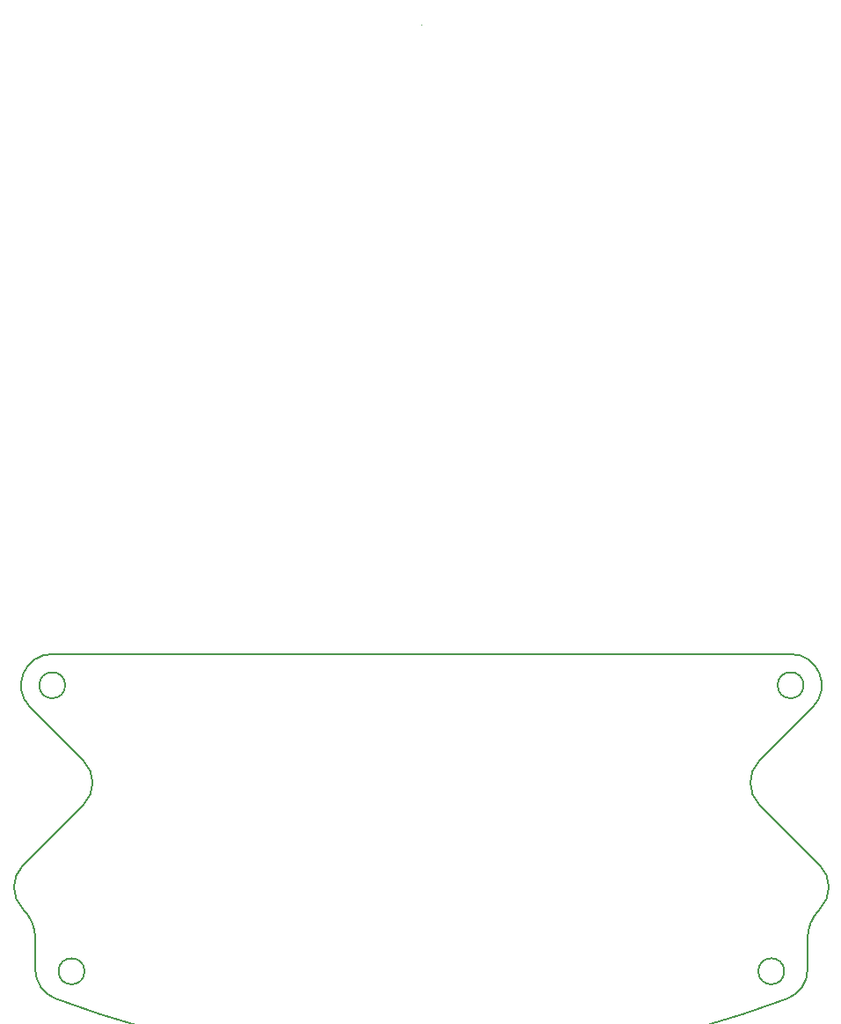
<source format=gbr>
G04 #@! TF.GenerationSoftware,KiCad,Pcbnew,(6.0.4)*
G04 #@! TF.CreationDate,2022-07-19T17:44:27+09:00*
G04 #@! TF.ProjectId,io_board,696f5f62-6f61-4726-942e-6b696361645f,rev?*
G04 #@! TF.SameCoordinates,Original*
G04 #@! TF.FileFunction,Profile,NP*
%FSLAX46Y46*%
G04 Gerber Fmt 4.6, Leading zero omitted, Abs format (unit mm)*
G04 Created by KiCad (PCBNEW (6.0.4)) date 2022-07-19 17:44:27*
%MOMM*%
%LPD*%
G01*
G04 APERTURE LIST*
G04 #@! TA.AperFunction,Profile*
%ADD10C,0.200000*%
G04 #@! TD*
G04 #@! TA.AperFunction,Profile*
%ADD11C,0.100050*%
G04 #@! TD*
G04 APERTURE END LIST*
D10*
X186958888Y-58302679D02*
G75*
G03*
X186958912Y-62545344I2121312J-2121321D01*
G01*
X116096886Y-68353540D02*
G75*
G03*
X116096889Y-72596184I2121324J-2121320D01*
G01*
D11*
X154482025Y12407975D02*
G75*
G03*
X154482025Y12407975I-50025J0D01*
G01*
D10*
X121905065Y-62545321D02*
G75*
G03*
X121905088Y-58302703I-2121265J2121321D01*
G01*
X192767143Y-72596216D02*
G75*
G03*
X191595538Y-75424611I2828457J-2828484D01*
G01*
X192085478Y-53176221D02*
G75*
G03*
X189964116Y-48054859I-2121378J2121321D01*
G01*
X191595538Y-78376675D02*
X191595538Y-75424611D01*
X191214116Y-51054859D02*
G75*
G03*
X191214116Y-51054859I-1250000J0D01*
G01*
X119211858Y-81184448D02*
G75*
G03*
X189652142Y-81184448I35220142J93592427D01*
G01*
X186958912Y-58302703D02*
X192085436Y-53176179D01*
X121905088Y-62545344D02*
X116096889Y-68353543D01*
X117268462Y-75424611D02*
X117268462Y-78376675D01*
X189652146Y-81184459D02*
G75*
G03*
X191595538Y-78376675I-1056446J2807659D01*
G01*
X118899884Y-48054864D02*
G75*
G03*
X116778564Y-53176179I-4J-2999996D01*
G01*
X189964116Y-48054859D02*
X118899884Y-48054859D01*
X116778564Y-53176179D02*
X121905088Y-58302703D01*
X120149884Y-51054859D02*
G75*
G03*
X120149884Y-51054859I-1250000J0D01*
G01*
X189353484Y-78560323D02*
G75*
G03*
X189353484Y-78560323I-1250000J0D01*
G01*
X192767111Y-68353543D02*
X186958912Y-62545344D01*
X192767147Y-72596220D02*
G75*
G03*
X192767111Y-68353543I-2121347J2121320D01*
G01*
X117268510Y-78376675D02*
G75*
G03*
X119211858Y-81184448I2999990J-25D01*
G01*
X122010516Y-78560323D02*
G75*
G03*
X122010516Y-78560323I-1250000J0D01*
G01*
X117268465Y-75424611D02*
G75*
G03*
X116096889Y-72596184I-3999965J11D01*
G01*
M02*

</source>
